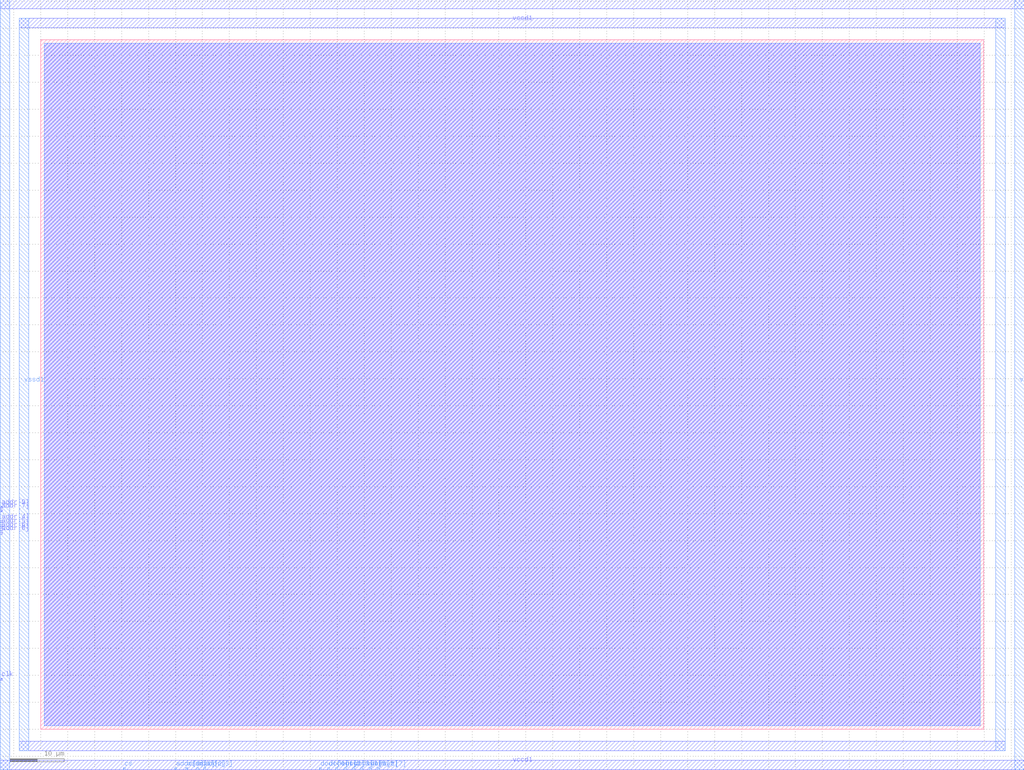
<source format=lef>
VERSION 5.4 ;
NAMESCASESENSITIVE ON ;
BUSBITCHARS "[]" ;
DIVIDERCHAR "/" ;
UNITS
  DATABASE MICRONS 2000 ;
END UNITS
MACRO sky130_rom_1kbyte_8x1024_tapeout
   CLASS BLOCK ;
   SIZE 174.92 BY 127.875 ;
   SYMMETRY X Y R90 ;
   PIN clk
      DIRECTION INPUT ;
      PORT
         LAYER met3 ;
         RECT  -7.48 9.045 -7.1 9.425 ;
      END
   END clk
   PIN cs
      DIRECTION INPUT ;
      PORT
         LAYER met4 ;
         RECT  15.265 -7.48 15.645 -7.1 ;
      END
   END cs
   PIN addr[0]
      DIRECTION INPUT ;
      PORT
         LAYER met4 ;
         RECT  24.83 -7.48 25.21 -7.1 ;
      END
   END addr[0]
   PIN addr[1]
      DIRECTION INPUT ;
      PORT
         LAYER met4 ;
         RECT  26.87 -7.48 27.25 -7.1 ;
      END
   END addr[1]
   PIN addr[2]
      DIRECTION INPUT ;
      PORT
         LAYER met4 ;
         RECT  28.91 -7.48 29.29 -7.1 ;
      END
   END addr[2]
   PIN addr[3]
      DIRECTION INPUT ;
      PORT
         LAYER met4 ;
         RECT  30.205 -7.48 30.585 -7.1 ;
      END
   END addr[3]
   PIN addr[4]
      DIRECTION INPUT ;
      PORT
         LAYER met3 ;
         RECT  -7.48 38.295 -7.1 38.675 ;
      END
   END addr[4]
   PIN addr[5]
      DIRECTION INPUT ;
      PORT
         LAYER met3 ;
         RECT  -7.48 37.55 -7.1 37.93 ;
      END
   END addr[5]
   PIN addr[6]
      DIRECTION INPUT ;
      PORT
         LAYER met3 ;
         RECT  -7.48 36.86 -7.1 37.24 ;
      END
   END addr[6]
   PIN addr[7]
      DIRECTION INPUT ;
      PORT
         LAYER met3 ;
         RECT  -7.48 40.305 -7.1 40.685 ;
      END
   END addr[7]
   PIN addr[8]
      DIRECTION INPUT ;
      PORT
         LAYER met3 ;
         RECT  -7.48 36.17 -7.1 36.55 ;
      END
   END addr[8]
   PIN addr[9]
      DIRECTION INPUT ;
      PORT
         LAYER met3 ;
         RECT  -7.48 40.995 -7.1 41.375 ;
      END
   END addr[9]
   PIN dout[0]
      DIRECTION OUTPUT ;
      PORT
         LAYER met4 ;
         RECT  51.675 -7.48 52.055 -7.1 ;
      END
   END dout[0]
   PIN dout[1]
      DIRECTION OUTPUT ;
      PORT
         LAYER met4 ;
         RECT  53.215 -7.48 53.595 -7.1 ;
      END
   END dout[1]
   PIN dout[2]
      DIRECTION OUTPUT ;
      PORT
         LAYER met4 ;
         RECT  54.755 -7.48 55.135 -7.1 ;
      END
   END dout[2]
   PIN dout[3]
      DIRECTION OUTPUT ;
      PORT
         LAYER met4 ;
         RECT  56.295 -7.48 56.675 -7.1 ;
      END
   END dout[3]
   PIN dout[4]
      DIRECTION OUTPUT ;
      PORT
         LAYER met4 ;
         RECT  57.835 -7.48 58.215 -7.1 ;
      END
   END dout[4]
   PIN dout[5]
      DIRECTION OUTPUT ;
      PORT
         LAYER met4 ;
         RECT  59.375 -7.48 59.755 -7.1 ;
      END
   END dout[5]
   PIN dout[6]
      DIRECTION OUTPUT ;
      PORT
         LAYER met4 ;
         RECT  60.915 -7.48 61.295 -7.1 ;
      END
   END dout[6]
   PIN dout[7]
      DIRECTION OUTPUT ;
      PORT
         LAYER met4 ;
         RECT  62.435 -7.48 62.815 -7.1 ;
      END
   END dout[7]
   PIN vccd1
      DIRECTION INOUT ;
      USE POWER ; 
      SHAPE ABUTMENT ; 
      PORT
         LAYER met4 ;
         RECT  -7.48 -7.48 -5.74 135.355 ;
         LAYER met3 ;
         RECT  -7.48 133.615 182.4 135.355 ;
         LAYER met3 ;
         RECT  -7.48 -7.48 182.4 -5.74 ;
         LAYER met4 ;
         RECT  180.66 -7.48 182.4 135.355 ;
      END
   END vccd1
   PIN vssd1
      DIRECTION INOUT ;
      USE GROUND ; 
      SHAPE ABUTMENT ; 
      PORT
         LAYER met4 ;
         RECT  177.18 -4.0 178.92 131.875 ;
         LAYER met3 ;
         RECT  -4.0 -4.0 178.92 -2.26 ;
         LAYER met3 ;
         RECT  -4.0 130.135 178.92 131.875 ;
         LAYER met4 ;
         RECT  -4.0 -4.0 -2.26 131.875 ;
      END
   END vssd1
   OBS
   LAYER  met1 ;
      RECT  0.62 0.62 174.3 127.255 ;
   LAYER  met2 ;
      RECT  0.62 0.62 174.3 127.255 ;
   LAYER  met3 ;
      RECT  0.62 0.62 174.3 127.255 ;
   LAYER  met4 ;
      RECT  0.62 0.62 174.3 127.255 ;
   END
END    sky130_rom_1kbyte_8x1024_tapeout
END    LIBRARY

</source>
